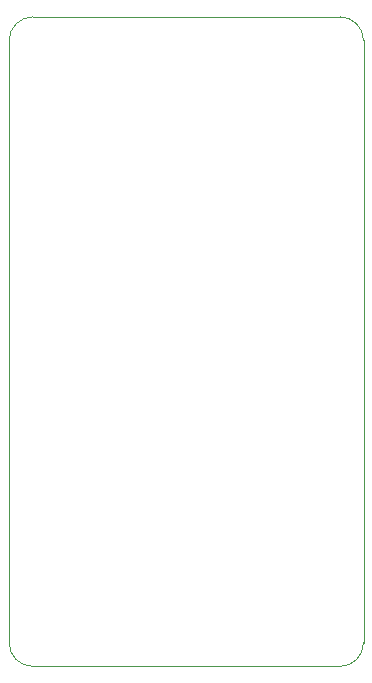
<source format=gbr>
%TF.GenerationSoftware,KiCad,Pcbnew,9.0.2*%
%TF.CreationDate,2025-12-09T17:01:46+01:00*%
%TF.ProjectId,datalogger,64617461-6c6f-4676-9765-722e6b696361,rev?*%
%TF.SameCoordinates,Original*%
%TF.FileFunction,Profile,NP*%
%FSLAX46Y46*%
G04 Gerber Fmt 4.6, Leading zero omitted, Abs format (unit mm)*
G04 Created by KiCad (PCBNEW 9.0.2) date 2025-12-09 17:01:46*
%MOMM*%
%LPD*%
G01*
G04 APERTURE LIST*
%TA.AperFunction,Profile*%
%ADD10C,0.050000*%
%TD*%
G04 APERTURE END LIST*
D10*
X175000000Y-102500000D02*
G75*
G02*
X173000000Y-104500000I-2000000J0D01*
G01*
X147000000Y-49500000D02*
X173000000Y-49500000D01*
X147000000Y-104500000D02*
G75*
G02*
X145000000Y-102500000I0J2000000D01*
G01*
X145000000Y-102500000D02*
X145000000Y-51500000D01*
X175000000Y-51500000D02*
X175000000Y-102500000D01*
X173000000Y-49500000D02*
G75*
G02*
X175000000Y-51500000I0J-2000000D01*
G01*
X147000000Y-104500000D02*
X173000000Y-104500000D01*
X145000000Y-51500000D02*
G75*
G02*
X147000000Y-49500000I2000000J0D01*
G01*
M02*

</source>
